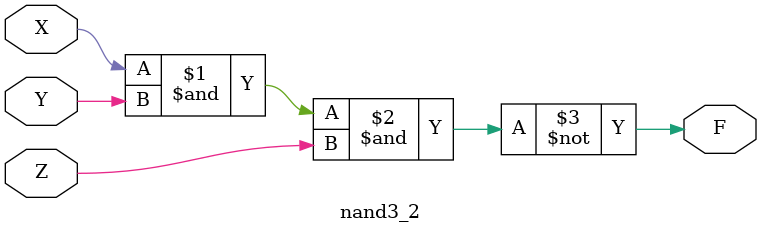
<source format=sv>
module nand3_2 (input wire X, input wire Y, input wire Z, output wire F);
    assign F = ~(X & Y & Z);  // Negation of AND operation on three inputs
endmodule
</source>
